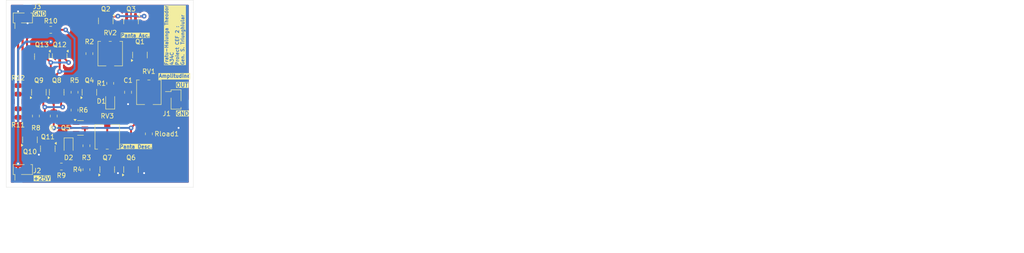
<source format=kicad_pcb>
(kicad_pcb (version 20240108) (generator "pcbnew") (generator_version "8.0")
  (layers (0 "F.Cu" signal) (31 "B.Cu" signal) (34 "B.Paste" user) (35 "F.Paste" user) (36 "B.SilkS" user "B.Silkscreen") (37 "F.SilkS" user "F.Silkscreen") (38 "B.Mask" user) (39 "F.Mask" user) (44 "Edge.Cuts" user))
  (net 0 "")
  (net 1 "Net-(Q1-B)")
  (net 2 "GND")
  (net 3 "Net-(D1-A)")
  (net 4 "Net-(D2-K)")
  (net 5 "+25V")
  (net 6 "Net-(J1-Pin_1)")
  (net 7 "Net-(Q1-E)")
  (net 8 "Net-(Q2-B)")
  (net 9 "Net-(Q4-C)")
  (net 10 "Net-(Q4-B)")
  (net 11 "Net-(Q5-C)")
  (net 12 "Net-(Q5-B)")
  (net 13 "Net-(Q6-B)")
  (net 14 "Net-(Q8-B)")
  (net 15 "Net-(Q12-C)")
  (net 16 "Net-(Q10-C)")
  (net 17 "Net-(Q12-B)")
  (net 18 "Net-(Q9-B)")
  (net 19 "Net-(Q10-B)")
  (net 20 "Net-(R1-Pad1)")
  (net 21 "Net-(R3-Pad2)")
  (net 22 "Net-(R10-Pad1)")
  (footprint "Package_TO_SOT_SMD:SOT-23" (layer "F.Cu") (at 79.28 94.68 90)
    (property "Reference" "Q4" (at 2.54 0 0) (layer "F.SilkS"))
    (property "Value" "BC846" (hide yes))
    (fp_line (start 0 -1.56) (end 0.65 -1.56) (stroke (width 0.12)) (layer "F.SilkS"))
    (fp_line (start 0 -1.56) (end -0.65 -1.56) (stroke (width 0.12)) (layer "F.SilkS"))
    (fp_line (start 0 1.56) (end 0.65 1.56) (stroke (width 0.12)) (layer "F.SilkS"))
    (fp_line (start 0 1.56) (end -0.65 1.56) (stroke (width 0.12)) (layer "F.SilkS"))
    (fp_poly (pts (xy -1.1625 -1.51) (xy -1.4025 -1.84) (xy -0.9225 -1.84) (xy -1.1625 -1.51)) (stroke (width 0.12)) (fill solid) (layer "F.SilkS"))
    (pad "1" smd roundrect (at -0.9375 -0.95 90) (size 1.475 0.6) (layers "F.Cu" "F.Paste" "F.Mask") (net 10 "Net-(Q4-B)"))
    (pad "2" smd roundrect (at -0.9375 0.95 90) (size 1.475 0.6) (layers "F.Cu" "F.Paste" "F.Mask") (net 3 "Net-(D1-A)"))
    (pad "3" smd roundrect (at 0.9375 0 90) (size 1.475 0.6) (layers "F.Cu" "F.Paste" "F.Mask") (net 9 "Net-(Q4-C)"))
  )
  (footprint "Connector_PinHeader_2.00mm:PinHeader_1x02_P2.00mm_Vertical_SMD_Pin1Left" (layer "F.Cu") (at 97.79 96.22)
    (property "Reference" "J1" (at -2 3.032 0) (layer "F.SilkS"))
    (property "Value" "OUT" (at 1.302 -3.064 0) (layer "F.SilkS" knockout) (effects (font (size 0.889 0.889) (thickness 0.1778) (bold yes))))
    (fp_line (start -1.06 -2.06) (end -1.06 -1.685) (stroke (width 0.12)) (layer "F.SilkS"))
    (fp_line (start -1.06 -2.06) (end 1.06 -2.06) (stroke (width 0.12)) (layer "F.SilkS"))
    (fp_line (start -1.06 -1.685) (end -2.29 -1.685) (stroke (width 0.12)) (layer "F.SilkS"))
    (fp_line (start -1.06 -0.315) (end -1.06 2.06) (stroke (width 0.12)) (layer "F.SilkS"))
    (fp_line (start -1.06 2.06) (end 1.06 2.06) (stroke (width 0.12)) (layer "F.SilkS"))
    (fp_line (start 1.06 -2.06) (end 1.06 0.315) (stroke (width 0.12)) (layer "F.SilkS"))
    (fp_line (start 1.06 1.685) (end 1.06 2.06) (stroke (width 0.12)) (layer "F.SilkS"))
    (pad "1" smd rect (at -1.175 -1) (size 2.35 0.85) (layers "F.Cu" "F.Paste" "F.Mask") (net 6 "Net-(J1-Pin_1)"))
    (pad "2" smd rect (at 1.175 1) (size 2.35 0.85) (layers "F.Cu" "F.Paste" "F.Mask") (net 2 "GND"))
  )
  (footprint "Package_TO_SOT_SMD:SOT-23" (layer "F.Cu") (at 88.17 111.19 90)
    (property "Reference" "Q6" (at 2.54 0 0) (layer "F.SilkS"))
    (property "Value" "BC846" (hide yes))
    (fp_line (start 0 -1.56) (end 0.65 -1.56) (stroke (width 0.12)) (layer "F.SilkS"))
    (fp_line (start 0 -1.56) (end -0.65 -1.56) (stroke (width 0.12)) (layer "F.SilkS"))
    (fp_line (start 0 1.56) (end 0.65 1.56) (stroke (width 0.12)) (layer "F.SilkS"))
    (fp_line (start 0 1.56) (end -0.65 1.56) (stroke (width 0.12)) (layer "F.SilkS"))
    (fp_poly (pts (xy -1.1625 -1.51) (xy -1.4025 -1.84) (xy -0.9225 -1.84) (xy -1.1625 -1.51)) (stroke (width 0.12)) (fill solid) (layer "F.SilkS"))
    (pad "1" smd roundrect (at -0.9375 -0.95 90) (size 1.475 0.6) (layers "F.Cu" "F.Paste" "F.Mask") (net 13 "Net-(Q6-B)"))
    (pad "2" smd roundrect (at -0.9375 0.95 90) (size 1.475 0.6) (layers "F.Cu" "F.Paste" "F.Mask") (net 2 "GND"))
    (pad "3" smd roundrect (at 0.9375 0 90) (size 1.475 0.6) (layers "F.Cu" "F.Paste" "F.Mask") (net 1 "Net-(Q1-B)"))
  )
  (footprint "Fiducial:Fiducial_1mm_Mask2mm" (layer "F.Cu") (at 93.25 80.075)
    (property "Reference" "FID2" (hide yes))
    (property "Value" "Fiducial" (hide yes))
    (pad "" smd circle (at 0 0) (size 1 1) (layers "F.Cu" "F.Mask") (clearance 0.5))
  )
  (footprint "Fiducial:Fiducial_1mm_Mask2mm" (layer "F.Cu") (at 78.01 80.075)
    (property "Reference" "FID1" (hide yes))
    (property "Value" "Fiducial" (hide yes))
    (pad "" smd circle (at 0 0) (size 1 1) (layers "F.Cu" "F.Mask") (clearance 0.5))
  )
  (footprint "Package_TO_SOT_SMD:SOT-23" (layer "F.Cu") (at 72.93 87.06 -90)
    (property "Reference" "Q12" (at -2.54 0 180) (layer "F.SilkS"))
    (property "Value" "BC856" (hide yes))
    (fp_line (start 0 1.56) (end -0.65 1.56) (stroke (width 0.12)) (layer "F.SilkS"))
    (fp_line (start 0 1.56) (end 0.65 1.56) (stroke (width 0.12)) (layer "F.SilkS"))
    (fp_line (start 0 -1.56) (end -0.65 -1.56) (stroke (width 0.12)) (layer "F.SilkS"))
    (fp_line (start 0 -1.56) (end 0.65 -1.56) (stroke (width 0.12)) (layer "F.SilkS"))
    (fp_poly (pts (xy -1.1625 -1.51) (xy -1.4025 -1.84) (xy -0.9225 -1.84) (xy -1.1625 -1.51)) (stroke (width 0.12)) (fill solid) (layer "F.SilkS"))
    (pad "1" smd roundrect (at -0.9375 -0.95 270) (size 1.475 0.6) (layers "F.Cu" "F.Paste" "F.Mask") (net 17 "Net-(Q12-B)"))
    (pad "2" smd roundrect (at -0.9375 0.95 270) (size 1.475 0.6) (layers "F.Cu" "F.Paste" "F.Mask") (net 5 "+25V"))
    (pad "3" smd roundrect (at 0.9375 0 270) (size 1.475 0.6) (layers "F.Cu" "F.Paste" "F.Mask") (net 15 "Net-(Q12-C)"))
  )
  (footprint "Package_TO_SOT_SMD:SOT-23" (layer "F.Cu") (at 70.39 106.745 -90)
    (property "Reference" "Q11" (at -2.54 0 180) (layer "F.SilkS"))
    (property "Value" "BC846" (hide yes))
    (fp_line (start 0 1.56) (end -0.65 1.56) (stroke (width 0.12)) (layer "F.SilkS"))
    (fp_line (start 0 1.56) (end 0.65 1.56) (stroke (width 0.12)) (layer "F.SilkS"))
    (fp_line (start 0 -1.56) (end -0.65 -1.56) (stroke (width 0.12)) (layer "F.SilkS"))
    (fp_line (start 0 -1.56) (end 0.65 -1.56) (stroke (width 0.12)) (layer "F.SilkS"))
    (fp_poly (pts (xy -1.1625 -1.51) (xy -1.4025 -1.84) (xy -0.9225 -1.84) (xy -1.1625 -1.51)) (stroke (width 0.12)) (fill solid) (layer "F.SilkS"))
    (pad "1" smd roundrect (at -0.9375 -0.95 270) (size 1.475 0.6) (layers "F.Cu" "F.Paste" "F.Mask") (net 19 "Net-(Q10-B)"))
    (pad "2" smd roundrect (at -0.9375 0.95 270) (size 1.475 0.6) (layers "F.Cu" "F.Paste" "F.Mask") (net 2 "GND"))
    (pad "3" smd roundrect (at 0.9375 0 270) (size 1.475 0.6) (layers "F.Cu" "F.Paste" "F.Mask") (net 19 "Net-(Q10-B)"))
  )
  (footprint "Resistor_SMD:R_0805_2012Metric" (layer "F.Cu") (at 78.645 111.19 90)
    (property "Reference" "R4" (at 0 -1.905 0) (layer "F.SilkS"))
    (property "Value" "220k" (hide yes))
    (fp_line (start -0.227064 -0.735) (end 0.227064 -0.735) (stroke (width 0.12)) (layer "F.SilkS"))
    (fp_line (start -0.227064 0.735) (end 0.227064 0.735) (stroke (width 0.12)) (layer "F.SilkS"))
    (pad "1" smd roundrect (at -0.9125 0 90) (size 1.025 1.4) (layers "F.Cu" "F.Paste" "F.Mask") (roundrect_rratio 0.243902) (net 13 "Net-(Q6-B)"))
    (pad "2" smd roundrect (at 0.9125 0 90) (size 1.025 1.4) (layers "F.Cu" "F.Paste" "F.Mask") (roundrect_rratio 0.243902) (net 21 "Net-(R3-Pad2)"))
  )
  (footprint "Resistor_SMD:R_0805_2012Metric" (layer "F.Cu") (at 73.2875 110.555)
    (property "Reference" "R9" (at 0 1.905 0) (layer "F.SilkS"))
    (property "Value" "4k7" (hide yes))
    (fp_line (start -0.227064 -0.735) (end 0.227064 -0.735) (stroke (width 0.12)) (layer "F.SilkS"))
    (fp_line (start -0.227064 0.735) (end 0.227064 0.735) (stroke (width 0.12)) (layer "F.SilkS"))
    (pad "1" smd roundrect (at -0.9125 0) (size 1.025 1.4) (layers "F.Cu" "F.Paste" "F.Mask") (roundrect_rratio 0.243902) (net 19 "Net-(Q10-B)"))
    (pad "2" smd roundrect (at 0.9125 0) (size 1.025 1.4) (layers "F.Cu" "F.Paste" "F.Mask") (roundrect_rratio 0.243902) (net 5 "+25V"))
  )
  (footprint "Package_TO_SOT_SMD:SOT-23" (layer "F.Cu") (at 82.775 79.44 -90)
    (property "Reference" "Q2" (at -2.54 0 180) (layer "F.SilkS"))
    (property "Value" "BC856" (hide yes))
    (fp_line (start 0 1.56) (end -0.65 1.56) (stroke (width 0.12)) (layer "F.SilkS"))
    (fp_line (start 0 1.56) (end 0.65 1.56) (stroke (width 0.12)) (layer "F.SilkS"))
    (fp_line (start 0 -1.56) (end -0.65 -1.56) (stroke (width 0.12)) (layer "F.SilkS"))
    (fp_line (start 0 -1.56) (end 0.65 -1.56) (stroke (width 0.12)) (layer "F.SilkS"))
    (fp_poly (pts (xy -1.1625 -1.51) (xy -1.4025 -1.84) (xy -0.9225 -1.84) (xy -1.1625 -1.51)) (stroke (width 0.12)) (fill solid) (layer "F.SilkS"))
    (pad "1" smd roundrect (at -0.9375 -0.95 270) (size 1.475 0.6) (layers "F.Cu" "F.Paste" "F.Mask") (net 8 "Net-(Q2-B)"))
    (pad "2" smd roundrect (at -0.9375 0.95 270) (size 1.475 0.6) (layers "F.Cu" "F.Paste" "F.Mask") (net 5 "+25V"))
    (pad "3" smd roundrect (at 0.9375 0 270) (size 1.475 0.6) (layers "F.Cu" "F.Paste" "F.Mask") (net 8 "Net-(Q2-B)"))
  )
  (footprint "Resistor_SMD:R_0805_2012Metric" (layer "F.Cu") (at 79.28 86.425 -90)
    (property "Reference" "R2" (at -2.54 0 180) (layer "F.SilkS"))
    (property "Value" "220k" (hide yes))
    (fp_line (start -0.227064 0.735) (end 0.227064 0.735) (stroke (width 0.12)) (layer "F.SilkS"))
    (fp_line (start -0.227064 -0.735) (end 0.227064 -0.735) (stroke (width 0.12)) (layer "F.SilkS"))
    (pad "1" smd roundrect (at -0.9125 0 270) (size 1.025 1.4) (layers "F.Cu" "F.Paste" "F.Mask") (roundrect_rratio 0.243902) (net 8 "Net-(Q2-B)"))
    (pad "2" smd roundrect (at 0.9125 0 270) (size 1.025 1.4) (layers "F.Cu" "F.Paste" "F.Mask") (roundrect_rratio 0.243902) (net 20 "Net-(R1-Pad1)"))
  )
  (footprint "Package_TO_SOT_SMD:SOT-23" (layer "F.Cu") (at 90.075 86.7275 90)
    (property "Reference" "Q1" (at 2.8425 0 0) (layer "F.SilkS"))
    (property "Value" "BC846" (hide yes))
    (fp_line (start 0 -1.56) (end 0.65 -1.56) (stroke (width 0.12)) (layer "F.SilkS"))
    (fp_line (start 0 -1.56) (end -0.65 -1.56) (stroke (width 0.12)) (layer "F.SilkS"))
    (fp_line (start 0 1.56) (end 0.65 1.56) (stroke (width 0.12)) (layer "F.SilkS"))
    (fp_line (start 0 1.56) (end -0.65 1.56) (stroke (width 0.12)) (layer "F.SilkS"))
    (fp_poly (pts (xy -1.1625 -1.51) (xy -1.4025 -1.84) (xy -0.9225 -1.84) (xy -1.1625 -1.51)) (stroke (width 0.12)) (fill solid) (layer "F.SilkS"))
    (pad "1" smd roundrect (at -0.9375 -0.95 90) (size 1.475 0.6) (layers "F.Cu" "F.Paste" "F.Mask") (net 1 "Net-(Q1-B)"))
    (pad "2" smd roundrect (at -0.9375 0.95 90) (size 1.475 0.6) (layers "F.Cu" "F.Paste" "F.Mask") (net 7 "Net-(Q1-E)"))
    (pad "3" smd roundrect (at 0.9375 0 90) (size 1.475 0.6) (layers "F.Cu" "F.Paste" "F.Mask") (net 5 "+25V"))
  )
  (footprint "Resistor_SMD:R_0805_2012Metric" (layer "F.Cu") (at 67.85 99.76 90)
    (property "Reference" "R8" (at -2.54 0 0) (layer "F.SilkS"))
    (property "Value" "220k" (hide yes))
    (fp_line (start -0.227064 -0.735) (end 0.227064 -0.735) (stroke (width 0.12)) (layer "F.SilkS"))
    (fp_line (start -0.227064 0.735) (end 0.227064 0.735) (stroke (width 0.12)) (layer "F.SilkS"))
    (pad "1" smd roundrect (at -0.9125 0 90) (size 1.025 1.4) (layers "F.Cu" "F.Paste" "F.Mask") (roundrect_rratio 0.243902) (net 22 "Net-(R10-Pad1)"))
    (pad "2" smd roundrect (at 0.9125 0 90) (size 1.025 1.4) (layers "F.Cu" "F.Paste" "F.Mask") (roundrect_rratio 0.243902) (net 18 "Net-(Q9-B)"))
  )
  (footprint "Resistor_SMD:R_0805_2012Metric" (layer "F.Cu") (at 71.025 81.345)
    (property "Reference" "R10" (at 0 -1.905 180) (layer "F.SilkS"))
    (property "Value" "1k" (hide yes))
    (fp_line (start -0.227064 -0.735) (end 0.227064 -0.735) (stroke (width 0.12)) (layer "F.SilkS"))
    (fp_line (start -0.227064 0.735) (end 0.227064 0.735) (stroke (width 0.12)) (layer "F.SilkS"))
    (pad "1" smd roundrect (at -0.9125 0) (size 1.025 1.4) (layers "F.Cu" "F.Paste" "F.Mask") (roundrect_rratio 0.243902) (net 22 "Net-(R10-Pad1)"))
    (pad "2" smd roundrect (at 0.9125 0) (size 1.025 1.4) (layers "F.Cu" "F.Paste" "F.Mask") (roundrect_rratio 0.243902) (net 15 "Net-(Q12-C)"))
  )
  (footprint "Package_TO_SOT_SMD:SOT-23" (layer "F.Cu") (at 66.58 104.84 90)
    (property "Reference" "Q10" (at -2.54 0 0) (layer "F.SilkS"))
    (property "Value" "BC846" (hide yes))
    (fp_line (start 0 -1.56) (end 0.65 -1.56) (stroke (width 0.12)) (layer "F.SilkS"))
    (fp_line (start 0 -1.56) (end -0.65 -1.56) (stroke (width 0.12)) (layer "F.SilkS"))
    (fp_line (start 0 1.56) (end 0.65 1.56) (stroke (width 0.12)) (layer "F.SilkS"))
    (fp_line (start 0 1.56) (end -0.65 1.56) (stroke (width 0.12)) (layer "F.SilkS"))
    (fp_poly (pts (xy -1.1625 -1.51) (xy -1.4025 -1.84) (xy -0.9225 -1.84) (xy -1.1625 -1.51)) (stroke (width 0.12)) (fill solid) (layer "F.SilkS"))
    (pad "1" smd roundrect (at -0.9375 -0.95 90) (size 1.475 0.6) (layers "F.Cu" "F.Paste" "F.Mask") (net 19 "Net-(Q10-B)"))
    (pad "2" smd roundrect (at -0.9375 0.95 90) (size 1.475 0.6) (layers "F.Cu" "F.Paste" "F.Mask") (net 2 "GND"))
    (pad "3" smd roundrect (at 0.9375 0 90) (size 1.475 0.6) (layers "F.Cu" "F.Paste" "F.Mask") (net 16 "Net-(Q10-C)"))
  )
  (footprint "Package_TO_SOT_SMD:SOT-23" (layer "F.Cu") (at 77.375 102.3)
    (property "Reference" "Q5" (at -3.175 0 0) (layer "F.SilkS"))
    (property "Value" "BC856" (hide yes))
    (fp_line (start 0 -1.56) (end -0.65 -1.56) (stroke (width 0.12)) (layer "F.SilkS"))
    (fp_line (start 0 -1.56) (end 0.65 -1.56) (stroke (width 0.12)) (layer "F.SilkS"))
    (fp_line (start 0 1.56) (end -0.65 1.56) (stroke (width 0.12)) (layer "F.SilkS"))
    (fp_line (start 0 1.56) (end 0.65 1.56) (stroke (width 0.12)) (layer "F.SilkS"))
    (fp_poly (pts (xy -1.1625 -1.51) (xy -1.4025 -1.84) (xy -0.9225 -1.84) (xy -1.1625 -1.51)) (stroke (width 0.12)) (fill solid) (layer "F.SilkS"))
    (pad "1" smd roundrect (at -0.9375 -0.95) (size 1.475 0.6) (layers "F.Cu" "F.Paste" "F.Mask") (net 12 "Net-(Q5-B)"))
    (pad "2" smd roundrect (at -0.9375 0.95) (size 1.475 0.6) (layers "F.Cu" "F.Paste" "F.Mask") (net 4 "Net-(D2-K)"))
    (pad "3" smd roundrect (at 0.9375 0) (size 1.475 0.6) (layers "F.Cu" "F.Paste" "F.Mask") (net 11 "Net-(Q5-C)"))
  )
  (footprint "Resistor_SMD:R_0805_2012Metric" (layer "F.Cu") (at 76.105 94.68 90)
    (property "Reference" "R5" (at 2.54 0 0) (layer "F.SilkS"))
    (property "Value" "47k" (hide yes))
    (fp_line (start -0.227064 -0.735) (end 0.227064 -0.735) (stroke (width 0.12)) (layer "F.SilkS"))
    (fp_line (start -0.227064 0.735) (end 0.227064 0.735) (stroke (width 0.12)) (layer "F.SilkS"))
    (pad "1" smd roundrect (at -0.9125 0 90) (size 1.025 1.4) (layers "F.Cu" "F.Paste" "F.Mask") (roundrect_rratio 0.243902) (net 15 "Net-(Q12-C)"))
    (pad "2" smd roundrect (at 0.9125 0 90) (size 1.025 1.4) (layers "F.Cu" "F.Paste" "F.Mask") (roundrect_rratio 0.243902) (net 10 "Net-(Q4-B)"))
  )
  (footprint "Package_TO_SOT_SMD:SOT-23" (layer "F.Cu") (at 68.485 94.68 90)
    (property "Reference" "Q9" (at 2.54 0 0) (layer "F.SilkS"))
    (property "Value" "BC846" (hide yes))
    (fp_line (start 0 -1.56) (end 0.65 -1.56) (stroke (width 0.12)) (layer "F.SilkS"))
    (fp_line (start 0 -1.56) (end -0.65 -1.56) (stroke (width 0.12)) (layer "F.SilkS"))
    (fp_line (start 0 1.56) (end 0.65 1.56) (stroke (width 0.12)) (layer "F.SilkS"))
    (fp_line (start 0 1.56) (end -0.65 1.56) (stroke (width 0.12)) (layer "F.SilkS"))
    (fp_poly (pts (xy -1.1625 -1.51) (xy -1.4025 -1.84) (xy -0.9225 -1.84) (xy -1.1625 -1.51)) (stroke (width 0.12)) (fill solid) (layer "F.SilkS"))
    (pad "1" smd roundrect (at -0.9375 -0.95 90) (size 1.475 0.6) (layers "F.Cu" "F.Paste" "F.Mask") (net 18 "Net-(Q9-B)"))
    (pad "2" smd roundrect (at -0.9375 0.95 90) (size 1.475 0.6) (layers "F.Cu" "F.Paste" "F.Mask") (net 16 "Net-(Q10-C)"))
    (pad "3" smd roundrect (at 0.9375 0 90) (size 1.475 0.6) (layers "F.Cu" "F.Paste" "F.Mask") (net 17 "Net-(Q12-B)"))
  )
  (footprint "Package_TO_SOT_SMD:SOT-23" (layer "F.Cu") (at 88.17 79.44 -90)
    (property "Reference" "Q3" (at -2.54 0 180) (layer "F.SilkS"))
    (property "Value" "BC856" (hide yes))
    (fp_line (start 0 1.56) (end -0.65 1.56) (stroke (width 0.12)) (layer "F.SilkS"))
    (fp_line (start 0 1.56) (end 0.65 1.56) (stroke (width 0.12)) (layer "F.SilkS"))
    (fp_line (start 0 -1.56) (end -0.65 -1.56) (stroke (width 0.12)) (layer "F.SilkS"))
    (fp_line (start 0 -1.56) (end 0.65 -1.56) (stroke (width 0.12)) (layer "F.SilkS"))
    (fp_poly (pts (xy -1.1625 -1.51) (xy -1.4025 -1.84) (xy -0.9225 -1.84) (xy -1.1625 -1.51)) (stroke (width 0.12)) (fill solid) (layer "F.SilkS"))
    (pad "1" smd roundrect (at -0.9375 -0.95 270) (size 1.475 0.6) (layers "F.Cu" "F.Paste" "F.Mask") (net 8 "Net-(Q2-B)"))
    (pad "2" smd roundrect (at -0.9375 0.95 270) (size 1.475 0.6) (layers "F.Cu" "F.Paste" "F.Mask") (net 5 "+25V"))
    (pad "3" smd roundrect (at 0.9375 0 270) (size 1.475 0.6) (layers "F.Cu" "F.Paste" "F.Mask") (net 1 "Net-(Q1-B)"))
  )
  (footprint "Resistor_SMD:R_0805_2012Metric" (layer "F.Cu") (at 64.04 99.125 -90)
    (property "Reference" "R11" (at 2.54 0 180) (layer "F.SilkS"))
    (property "Value" "47k" (hide yes))
    (fp_line (start -0.227064 0.735) (end 0.227064 0.735) (stroke (width 0.12)) (layer "F.SilkS"))
    (fp_line (start -0.227064 -0.735) (end 0.227064 -0.735) (stroke (width 0.12)) (layer "F.SilkS"))
    (pad "1" smd roundrect (at -0.9125 0 270) (size 1.025 1.4) (layers "F.Cu" "F.Paste" "F.Mask") (roundrect_rratio 0.243902) (net 22 "Net-(R10-Pad1)"))
    (pad "2" smd roundrect (at 0.9125 0 270) (size 1.025 1.4) (layers "F.Cu" "F.Paste" "F.Mask") (roundrect_rratio 0.243902) (net 5 "+25V"))
  )
  (footprint "Resistor_SMD:R_0805_2012Metric" (layer "F.Cu") (at 83.725 92.775 -90)
    (property "Reference" "R1" (at 0 1.905 180) (layer "F.SilkS"))
    (property "Value" "2k" (hide yes))
    (fp_line (start -0.227064 0.735) (end 0.227064 0.735) (stroke (width 0.12)) (layer "F.SilkS"))
    (fp_line (start -0.227064 -0.735) (end 0.227064 -0.735) (stroke (width 0.12)) (layer "F.SilkS"))
    (pad "1" smd roundrect (at -0.9125 0 270) (size 1.025 1.4) (layers "F.Cu" "F.Paste" "F.Mask") (roundrect_rratio 0.243902) (net 20 "Net-(R1-Pad1)"))
    (pad "2" smd roundrect (at 0.9125 0 270) (size 1.025 1.4) (layers "F.Cu" "F.Paste" "F.Mask") (roundrect_rratio 0.243902) (net 9 "Net-(Q4-C)"))
  )
  (footprint "Fiducial:Fiducial_1mm_Mask2mm" (layer "F.Cu") (at 93.25 109.92)
    (property "Reference" "FID3" (hide yes))
    (property "Value" "Fiducial" (hide yes))
    (pad "" smd circle (at 0 0) (size 1 1) (layers "F.Cu" "F.Mask") (clearance 0.5))
  )
  (footprint "Package_TO_SOT_SMD:SOT-23" (layer "F.Cu") (at 69.12 87.06 -90)
    (property "Reference" "Q13" (at -2.54 0 180) (layer "F.SilkS"))
    (property "Value" "BC856" (hide yes))
    (fp_line (start 0 1.56) (end -0.65 1.56) (stroke (width 0.12)) (layer "F.SilkS"))
    (fp_line (start 0 1.56) (end 0.65 1.56) (stroke (width 0.12)) (layer "F.SilkS"))
    (fp_line (start 0 -1.56) (end -0.65 -1.56) (stroke (width 0.12)) (layer "F.SilkS"))
    (fp_line (start 0 -1.56) (end 0.65 -1.56) (stroke (width 0.12)) (layer "F.SilkS"))
    (fp_poly (pts (xy -1.1625 -1.51) (xy -1.4025 -1.84) (xy -0.9225 -1.84) (xy -1.1625 -1.51)) (stroke (width 0.12)) (fill solid) (layer "F.SilkS"))
    (pad "1" smd roundrect (at -0.9375 -0.95 270) (size 1.475 0.6) (layers "F.Cu" "F.Paste" "F.Mask") (net 17 "Net-(Q12-B)"))
    (pad "2" smd roundrect (at -0.9375 0.95 270) (size 1.475 0.6) (layers "F.Cu" "F.Paste" "F.Mask") (net 5 "+25V"))
    (pad "3" smd roundrect (at 0.9375 0 270) (size 1.475 0.6) (layers "F.Cu" "F.Paste" "F.Mask") (net 17 "Net-(Q12-B)"))
  )
  (footprint "Potentiometer_SMD:Potentiometer_Vishay_TS53YL_Vertical" (layer "F.Cu") (at 91.98 94.68 90)
    (property "Reference" "RV1" (at 4.445 0 0) (layer "F.SilkS"))
    (property "Value" "100k" (hide yes))
    (fp_line (start 2.62 -2.62) (end 2.62 -2.039) (stroke (width 0.12)) (layer "F.SilkS"))
    (fp_line (start -2.62 -2.62) (end 2.62 -2.62) (stroke (width 0.12)) (layer "F.SilkS"))
    (fp_line (start -2.62 -2.62) (end -2.62 -0.89) (stroke (width 0.12)) (layer "F.SilkS"))
    (fp_line (start 2.62 -0.26) (end 2.62 0.26) (stroke (width 0.12)) (layer "F.SilkS"))
    (fp_line (start -2.62 0.89) (end -2.62 2.62) (stroke (width 0.12)) (layer "F.SilkS"))
    (fp_line (start 2.62 2.04) (end 2.62 2.62) (stroke (width 0.12)) (layer "F.SilkS"))
    (fp_line (start -2.62 2.62) (end 2.62 2.62) (stroke (width 0.12)) (layer "F.SilkS"))
    (pad "1" smd rect (at 2.75 -1.15 90) (size 1.3 1.3) (layers "F.Cu" "F.Paste" "F.Mask") (net 7 "Net-(Q1-E)"))
    (pad "2" smd rect (at -2.75 0 90) (size 2 1.3) (layers "F.Cu" "F.Paste" "F.Mask") (net 6 "Net-(J1-Pin_1)"))
    (pad "3" smd rect (at 2.75 1.15 90) (size 1.3 1.3) (layers "F.Cu" "F.Paste" "F.Mask") (net 6 "Net-(J1-Pin_1)"))
  )
  (footprint "Resistor_SMD:R_0805_2012Metric" (layer "F.Cu") (at 91.98 103.57 -90)
    (property "Reference" "Rload1" (at 0 -3.81 180) (layer "F.SilkS"))
    (property "Value" "22k" (hide yes))
    (fp_line (start -0.227064 0.735) (end 0.227064 0.735) (stroke (width 0.12)) (layer "F.SilkS"))
    (fp_line (start -0.227064 -0.735) (end 0.227064 -0.735) (stroke (width 0.12)) (layer "F.SilkS"))
    (pad "1" smd roundrect (at -0.9125 0 270) (size 1.025 1.4) (layers "F.Cu" "F.Paste" "F.Mask") (roundrect_rratio 0.243902) (net 6 "Net-(J1-Pin_1)"))
    (pad "2" smd roundrect (at 0.9125 0 270) (size 1.025 1.4) (layers "F.Cu" "F.Paste" "F.Mask") (roundrect_rratio 0.243902) (net 2 "GND"))
  )
  (footprint "Connector_PinHeader_2.00mm:PinHeader_1x02_P2.00mm_Vertical_SMD_Pin1Left" (layer "F.Cu") (at 65.056 111.19 90)
    (property "Reference" "J2" (at -0.254 3.048 0) (layer "F.SilkS"))
    (property "Value" "+25V" (at -1.905 4.064 0) (layer "F.SilkS" knockout) (effects (font (size 0.889 0.889) (thickness 0.1778) (bold yes))))
    (fp_line (start 1.06 -2.06) (end 1.06 0.315) (stroke (width 0.12)) (layer "F.SilkS"))
    (fp_line (start -1.06 -2.06) (end 1.06 -2.06) (stroke (width 0.12)) (layer "F.SilkS"))
    (fp_line (start -1.06 -2.06) (end -1.06 -1.685) (stroke (width 0.12)) (layer "F.SilkS"))
    (fp_line (start -1.06 -1.685) (end -2.29 -1.685) (stroke (width 0.12)) (layer "F.SilkS"))
    (fp_line (start -1.06 -0.315) (end -1.06 2.06) (stroke (width 0.12)) (layer "F.SilkS"))
    (fp_line (start 1.06 1.685) (end 1.06 2.06) (stroke (width 0.12)) (layer "F.SilkS"))
    (fp_line (start -1.06 2.06) (end 1.06 2.06) (stroke (width 0.12)) (layer "F.SilkS"))
    (pad "1" smd rect (at -1.175 -1 90) (size 2.35 0.85) (layers "F.Cu" "F.Paste" "F.Mask") (net 5 "+25V"))
    (pad "2" smd rect (at 1.175 1 90) (size 2.35 0.85) (layers "F.Cu" "F.Paste" "F.Mask") (net 5 "+25V"))
  )
  (footprint "Potentiometer_SMD:Potentiometer_Vishay_TS53YL_Vertical" (layer "F.Cu") (at 83.725 86.425 90)
    (property "Reference" "RV2" (at 4.445 0 0) (layer "F.SilkS"))
    (property "Value" "100k" (hide yes))
    (fp_line (start 2.62 -2.62) (end 2.62 -2.039) (stroke (width 0.12)) (layer "F.SilkS"))
    (fp_line (start -2.62 -2.62) (end 2.62 -2.62) (stroke (width 0.12)) (layer "F.SilkS"))
    (fp_line (start -2.62 -2.62) (end -2.62 -0.89) (stroke (width 0.12)) (layer "F.SilkS"))
    (fp_line (start 2.62 -0.26) (end 2.62 0.26) (stroke (width 0.12)) (layer "F.SilkS"))
    (fp_line (start -2.62 0.89) (end -2.62 2.62) (stroke (width 0.12)) (layer "F.SilkS"))
    (fp_line (start 2.62 2.04) (end 2.62 2.62) (stroke (width 0.12)) (layer "F.SilkS"))
    (fp_line (start -2.62 2.62) (end 2.62 2.62) (stroke (width 0.12)) (layer "F.SilkS"))
    (pad "1" smd rect (at 2.75 -1.15 90) (size 1.3 1.3) (layers "F.Cu" "F.Paste" "F.Mask") (net 8 "Net-(Q2-B)"))
    (pad "2" smd rect (at -2.75 0 90) (size 2 1.3) (layers "F.Cu" "F.Paste" "F.Mask") (net 20 "Net-(R1-Pad1)"))
    (pad "3" smd rect (at 2.75 1.15 90) (size 1.3 1.3) (layers "F.Cu" "F.Paste" "F.Mask") (net 20 "Net-(R1-Pad1)"))
  )
  (footprint "Connector_PinHeader_2.00mm:PinHeader_1x02_P2.00mm_Vertical_SMD_Pin1Left" (layer "F.Cu") (at 65.056 78.805 90)
    (property "Reference" "J3" (at 2.413 3.048 0) (layer "F.SilkS"))
    (property "Value" "GND" (at 0.889 3.556 0) (layer "F.SilkS" knockout) (effects (font (size 0.889 0.889) (thickness 0.1778) (bold yes))))
    (fp_line (start 1.06 -2.06) (end 1.06 0.315) (stroke (width 0.12)) (layer "F.SilkS"))
    (fp_line (start -1.06 -2.06) (end 1.06 -2.06) (stroke (width 0.12)) (layer "F.SilkS"))
    (fp_line (start -1.06 -2.06) (end -1.06 -1.685) (stroke (width 0.12)) (layer "F.SilkS"))
    (fp_line (start -1.06 -1.685) (end -2.29 -1.685) (stroke (width 0.12)) (layer "F.SilkS"))
    (fp_line (start -1.06 -0.315) (end -1.06 2.06) (stroke (width 0.12)) (layer "F.SilkS"))
    (fp_line (start 1.06 1.685) (end 1.06 2.06) (stroke (width 0.12)) (layer "F.SilkS"))
    (fp_line (start -1.06 2.06) (end 1.06 2.06) (stroke (width 0.12)) (layer "F.SilkS"))
    (pad "1" smd rect (at -1.175 -1 90) (size 2.35 0.85) (layers "F.Cu" "F.Paste" "F.Mask") (net 2 "GND"))
    (pad "2" smd rect (at 1.175 1 90) (size 2.35 0.85) (layers "F.Cu" "F.Paste" "F.Mask") (net 2 "GND"))
  )
  (footprint "Resistor_SMD:R_0805_2012Metric" (layer "F.Cu") (at 71.66 99.76 -90)
    (property "Reference" "R7" (at 2.54 0 180) (layer "F.SilkS"))
    (property "Value" "220k" (hide yes))
    (fp_line (start -0.227064 0.735) (end 0.227064 0.735) (stroke (width 0.12)) (layer "F.SilkS"))
    (fp_line (start -0.227064 -0.735) (end 0.227064 -0.735) (stroke (width 0.12)) (layer "F.SilkS"))
    (pad "1" smd roundrect (at -0.9125 0 270) (size 1.025 1.4) (layers "F.Cu" "F.Paste" "F.Mask") (roundrect_rratio 0.243902) (net 14 "Net-(Q8-B)"))
    (pad "2" smd roundrect (at 0.9125 0 270) (size 1.025 1.4) (layers "F.Cu" "F.Paste" "F.Mask") (roundrect_rratio 0.243902) (net 1 "Net-(Q1-B)"))
  )
  (footprint "Capacitor_SMD:C_0805_2012Metric" (layer "F.Cu") (at 87.535 94.68 -90)
    (property "Reference" "C1" (at -2.54 0 180) (layer "F.SilkS"))
    (property "Value" "4n7" (hide yes))
    (fp_line (start -0.261252 0.735) (end 0.261252 0.735) (stroke (width 0.12)) (layer "F.SilkS"))
    (fp_line (start -0.261252 -0.735) (end 0.261252 -0.735) (stroke (width 0.12)) (layer "F.SilkS"))
    (pad "1" smd roundrect (at -0.95 0 270) (size 1 1.45) (layers "F.Cu" "F.Paste" "F.Mask") (net 1 "Net-(Q1-B)"))
    (pad "2" smd roundrect (at 0.95 0 270) (size 1 1.45) (layers "F.Cu" "F.Paste" "F.Mask") (net 2 "GND"))
  )
  (footprint "Resistor_SMD:R_0805_2012Metric" (layer "F.Cu") (at 76.105 98.49 -90)
    (property "Reference" "R6" (at 0 -1.905 180) (layer "F.SilkS"))
    (property "Value" "47k" (hide yes))
    (fp_line (start -0.227064 0.735) (end 0.227064 0.735) (stroke (width 0.12)) (layer "F.SilkS"))
    (fp_line (start -0.227064 -0.735) (end 0.227064 -0.735) (stroke (width 0.12)) (layer "F.SilkS"))
    (pad "1" smd roundrect (at -0.9125 0 270) (size 1.025 1.4) (layers "F.Cu" "F.Paste" "F.Mask") (roundrect_rratio 0.243902) (net 15 "Net-(Q12-C)"))
    (pad "2" smd roundrect (at 0.9125 0 270) (size 1.025 1.4) (layers "F.Cu" "F.Paste" "F.Mask") (roundrect_rratio 0.243902) (net 12 "Net-(Q5-B)"))
  )
  (footprint "Package_TO_SOT_SMD:SOT-23" (layer "F.Cu") (at 83.09 111.19 90)
    (property "Reference" "Q7" (at 2.54 0 0) (layer "F.SilkS"))
    (property "Value" "BC846" (hide yes))
    (fp_line (start 0 -1.56) (end 0.65 -1.56) (stroke (width 0.12)) (layer "F.SilkS"))
    (fp_line (start 0 -1.56) (end -0.65 -1.56) (stroke (width 0.12)) (layer "F.SilkS"))
    (fp_line (start 0 1.56) (end 0.65 1.56) (stroke (width 0.12)) (layer "F.SilkS"))
    (fp_line (start 0 1.56) (end -0.65 1.56) (stroke (width 0.12)) (layer "F.SilkS"))
    (fp_poly (pts (xy -1.1625 -1.51) (xy -1.4025 -1.84) (xy -0.9225 -1.84) (xy -1.1625 -1.51)) (stroke (width 0.12)) (fill solid) (layer "F.SilkS"))
    (pad "1" smd roundrect (at -0.9375 -0.95 90) (size 1.475 0.6) (layers "F.Cu" "F.Paste" "F.Mask") (net 13 "Net-(Q6-B)"))
    (pad "2" smd roundrect (at -0.9375 0.95 90) (size 1.475 0.6) (layers "F.Cu" "F.Paste" "F.Mask") (net 2 "GND"))
    (pad "3" smd roundrect (at 0.9375 0 90) (size 1.475 0.6) (layers "F.Cu" "F.Paste" "F.Mask") (net 13 "Net-(Q6-B)"))
  )
  (footprint "Resistor_SMD:R_0805_2012Metric" (layer "F.Cu") (at 78.645 106.11 -90)
    (property "Reference" "R3" (at 2.54 0 0) (layer "F.SilkS"))
    (property "Value" "2k" (hide yes))
    (fp_line (start -0.227064 0.735) (end 0.227064 0.735) (stroke (width 0.12)) (layer "F.SilkS"))
    (fp_line (start -0.227064 -0.735) (end 0.227064 -0.735) (stroke (width 0.12)) (layer "F.SilkS"))
    (pad "1" smd roundrect (at -0.9125 0 270) (size 1.025 1.4) (layers "F.Cu" "F.Paste" "F.Mask") (roundrect_rratio 0.243902) (net 11 "Net-(Q5-C)"))
    (pad "2" smd roundrect (at 0.9125 0 270) (size 1.025 1.4) (layers "F.Cu" "F.Paste" "F.Mask") (roundrect_rratio 0.243902) (net 21 "Net-(R3-Pad2)"))
  )
  (footprint "Diode_SMD:D_0805_2012Metric" (layer "F.Cu") (at 83.725 96.585 90)
    (property "Reference" "D1" (at 0 -1.905 0) (layer "F.SilkS"))
    (property "Value" "1N4148W" (hide yes))
    (fp_line (start 1 -0.96) (end -1.685 -0.96) (stroke (width 0.12)) (layer "F.SilkS"))
    (fp_line (start -1.685 -0.96) (end -1.685 0.96) (stroke (width 0.12)) (layer "F.SilkS"))
    (fp_line (start -1.685 0.96) (end 1 0.96) (stroke (width 0.12)) (layer "F.SilkS"))
    (pad "1" smd roundrect (at -0.9375 0 90) (size 0.975 1.4) (layers "F.Cu" "F.Paste" "F.Mask") (net 2 "GND"))
    (pad "2" smd roundrect (at 0.9375 0 90) (size 0.975 1.4) (layers "F.Cu" "F.Paste" "F.Mask") (net 3 "Net-(D1-A)"))
  )
  (footprint "Package_TO_SOT_SMD:SOT-23" (layer "F.Cu") (at 72.295 94.68 90)
    (property "Reference" "Q8" (at 2.54 0 0) (layer "F.SilkS"))
    (property "Value" "BC846" (hide yes))
    (fp_line (start 0 -1.56) (end 0.65 -1.56) (stroke (width 0.12)) (layer "F.SilkS"))
    (fp_line (start 0 -1.56) (end -0.65 -1.56) (stroke (width 0.12)) (layer "F.SilkS"))
    (fp_line (start 0 1.56) (end 0.65 1.56) (stroke (width 0.12)) (layer "F.SilkS"))
    (fp_line (start 0 1.56) (end -0.65 1.56) (stroke (width 0.12)) (layer "F.SilkS"))
    (fp_poly (pts (xy -1.1625 -1.51) (xy -1.4025 -1.84) (xy -0.9225 -1.84) (xy -1.1625 -1.51)) (stroke (width 0.12)) (fill solid) (layer "F.SilkS"))
    (pad "1" smd roundrect (at -0.9375 -0.95 90) (size 1.475 0.6) (layers "F.Cu" "F.Paste" "F.Mask") (net 14 "Net-(Q8-B)"))
    (pad "2" smd roundrect (at -0.9375 0.95 90) (size 1.475 0.6) (layers "F.Cu" "F.Paste" "F.Mask") (net 16 "Net-(Q10-C)"))
    (pad "3" smd roundrect (at 0.9375 0 90) (size 1.475 0.6) (layers "F.Cu" "F.Paste" "F.Mask") (net 15 "Net-(Q12-C)"))
  )
  (footprint "Potentiometer_SMD:Potentiometer_Vishay_TS53YL_Vertical" (layer "F.Cu") (at 83.09 104.205 -90)
    (property "Reference" "RV3" (at -4.445 0 180) (layer "F.SilkS"))
    (property "Value" "100k" (hide yes))
    (fp_line (start -2.62 2.62) (end 2.62 2.62) (stroke (width 0.12)) (layer "F.SilkS"))
    (fp_line (start 2.62 2.04) (end 2.62 2.62) (stroke (width 0.12)) (layer "F.SilkS"))
    (fp_line (start -2.62 0.89) (end -2.62 2.62) (stroke (width 0.12)) (layer "F.SilkS"))
    (fp_line (start 2.62 -0.26) (end 2.62 0.26) (stroke (width 0.12)) (layer "F.SilkS"))
    (fp_line (start -2.62 -2.62) (end -2.62 -0.89) (stroke (width 0.12)) (layer "F.SilkS"))
    (fp_line (start -2.62 -2.62) (end 2.62 -2.62) (stroke (width 0.12)) (layer "F.SilkS"))
    (fp_line (start 2.62 -2.62) (end 2.62 -2.039) (stroke (width 0.12)) (layer "F.SilkS"))
    (pad "1" smd rect (at 2.75 -1.15 270) (size 1.3 1.3) (layers "F.Cu" "F.Paste" "F.Mask") (net 13 "Net-(Q6-B)"))
    (pad "2" smd rect (at -2.75 0 270) (size 2 1.3) (layers "F.Cu" "F.Paste" "F.Mask") (net 21 "Net-(R3-Pad2)"))
    (pad "3" smd rect (at 2.75 1.15 270) (size 1.3 1.3) (layers "F.Cu" "F.Paste" "F.Mask") (net 21 "Net-(R3-Pad2)"))
  )
  (footprint "Diode_SMD:D_0805_2012Metric" (layer "F.Cu") (at 74.835 106.11 -90)
    (property "Reference" "D2" (at 2.54 0 180) (layer "F.SilkS"))
    (property "Value" "1N4148W" (hide yes))
    (fp_line (start -1.685 0.96) (end 1 0.96) (stroke (width 0.12)) (layer "F.SilkS"))
    (fp_line (start -1.685 -0.96) (end -1.685 0.96) (stroke (width 0.12)) (layer "F.SilkS"))
    (fp_line (start 1 -0.96) (end -1.685 -0.96) (stroke (width 0.12)) (layer "F.SilkS"))
    (pad "1" smd roundrect (at -0.9375 0 270) (size 0.975 1.4) (layers "F.Cu" "F.Paste" "F.Mask") (net 4 "Net-(D2-K)"))
    (pad "2" smd roundrect (at 0.9375 0 270) (size 0.975 1.4) (layers "F.Cu" "F.Paste" "F.Mask") (net 5 "+25V"))
  )
  (footprint "Resistor_SMD:R_0805_2012Metric" (layer "F.Cu") (at 64.04 94.172 -90)
    (property "Reference" "R12" (at -2.54 0 180) (layer "F.SilkS"))
    (property "Value" "47k" (hide yes))
    (fp_line (start -0.227064 0.735) (end 0.227064 0.735) (stroke (width 0.12)) (layer "F.SilkS"))
    (fp_line (start -0.227064 -0.735) (end 0.227064 -0.735) (stroke (width 0.12)) (layer "F.SilkS"))
    (pad "1" smd roundrect (at -0.9125 0 270) (size 1.025 1.4) (layers "F.Cu" "F.Paste" "F.Mask") (roundrect_rratio 0.243902) (net 2 "GND"))
    (pad "2" smd roundrect (at 0.9125 0 270) (size 1.025 1.4) (layers "F.Cu" "F.Paste" "F.Mask") (roundrect_rratio 0.243902) (net 22 "Net-(R10-Pad1)"))
  )
  (gr_rect (start 61.5 75) (end 101.5 115) (stroke (width 0.05)) (fill none) (layer "Edge.Cuts"))
  (gr_text "Panta Desc." (at 85.63 106.745 0) (layer "F.SilkS" knockout) (effects (font (size 0.762 0.762) (thickness 0.1778) (bold yes)) (justify left bottom)))
  (gr_text "Panta Asc." (at 85.884 82.996 0) (layer "F.SilkS" knockout) (effects (font (size 0.762 0.762) (thickness 0.1778) (bold yes)) (justify left bottom)))
  (gr_text "GND" (at 97.695 99.76 0) (layer "F.SilkS" knockout) (effects (font (size 0.889 0.889) (thickness 0.1778) (bold yes)) (justify left bottom)))
  (gr_text "Amplitudine" (at 94.012 91.632 0) (layer "F.SilkS" knockout) (effects (font (size 0.762 0.762) (thickness 0.1778) (bold yes)) (justify left bottom)))
  (gr_text "Fratu-Halunga Theodor\n434C\nProiect CEF 2 : \nGen. S. Triunghiular" (at 99.6 88.965 90) (layer "F.SilkS" knockout) (effects (font (size 0.7112 0.7112) (thickness 0.1524) (bold yes)) (justify left bottom)))
  (segment (start 88.17 102.3) (end 88.17 110.2525) (width 0.4064) (layer "F.Cu") (net 1))
  (segment (start 87.535 90.87) (end 87.535 93.73) (width 0.4064) (layer "F.Cu") (net 1))
  (segment (start 71.66 102.3) (end 71.66 100.6725) (width 0.4064) (layer "F.Cu") (net 1))
  (segment (start 89.125 87.665) (end 89.125 86.745) (width 0.4064) (layer "F.Cu") (net 1))
  (segment (start 87.535 93.73) (end 89.125 93.73) (width 0.4064) (layer "F.Cu") (net 1))
  (segment (start 89.125 86.745) (end 88.17 85.79) (width 0.4064) (layer "F.Cu") (net 1))
  (segment (start 89.125 89.28) (end 87.535 90.87) (width 0.4064) (layer "F.Cu") (net 1))
  (segment (start 88.17 85.79) (end 88.17 80.3775) (width 0.4064) (layer "F.Cu") (net 1))
  (segment (start 89.44 94.045) (end 89.44 101.03) (width 0.4064) (layer "F.Cu") (net 1))
  (segment (start 89.44 101.03) (end 88.17 102.3) (width 0.4064) (layer "F.Cu") (net 1))
  (segment (start 89.125 93.73) (end 89.44 94.045) (width 0.4064) (layer "F.Cu") (net 1))
  (segment (start 89.125 87.665) (end 89.125 89.28) (width 0.4064) (layer "F.Cu") (net 1))
  (via (at 71.66 102.3) (size 1) (drill 0.4) (layers "F.Cu" "B.Cu") (net 1))
  (via (at 88.17 102.3) (size 1) (drill 0.4) (layers "F.Cu" "B.Cu") (net 1))
  (segment (start 88.17 102.3) (end 71.66 102.3) (width 0.4064) (layer "B.Cu") (net 1))
  (segment (start 85.2005 112.1275) (end 85.376 111.952) (width 0.4064) (layer "F.Cu") (net 2))
  (segment (start 98.33 102.3) (end 98.965 101.665) (width 0.4064) (layer "F.Cu") (net 2))
  (segment (start 87.2325 97.5225) (end 87.535 97.22) (width 0.4064) (layer "F.Cu") (net 2))
  (segment (start 66.04 79.98) (end 66.072 79.948) (width 0.4064) (layer "F.Cu") (net 2))
  (segment (start 66.072 79.948) (end 66.072 77.646) (width 0.4572) (layer "F.Cu") (net 2))
  (segment (start 67.53 107.06) (end 68.485 108.015) (width 0.4064) (layer "F.Cu") (net 2))
  (segment (start 64.04 80.964) (end 64.04 93.2595) (width 0.4572) (layer "F.Cu") (net 2))
  (segment (start 84.04 112.1275) (end 85.2005 112.1275) (width 0.4064) (layer "F.Cu") (net 2))
  (segment (start 66.072 77.646) (end 66.056 77.63) (width 0.4064) (layer "F.Cu") (net 2))
  (segment (start 96.1475 104.4825) (end 98.33 102.3) (width 0.4064) (layer "F.Cu") (net 2))
  (segment (start 64.056 77.424) (end 64.04 77.408) (width 0.4064) (layer "F.Cu") (net 2))
  (segment (start 69.44 107.06) (end 68.485 108.015) (width 0.4064) (layer "F.Cu") (net 2))
  (segment (start 87.535 95.63) (end 87.535 97.22) (width 0.4064) (layer "F.Cu") (net 2))
  (segment (start 64.056 80.948) (end 64.04 80.964) (width 0.4064) (layer "F.Cu") (net 2))
  (segment (start 67.53 105.7775) (end 67.53 107.06) (width 0.4064) (layer "F.Cu") (net 2))
  (segment (start 69.44 105.8075) (end 69.44 107.06) (width 0.4064) (layer "F.Cu") (net 2))
  (segment (start 64.04 77.408) (end 65.834 77.408) (width 0.4572) (layer "F.Cu") (net 2))
  (segment (start 90.7885 112.1275) (end 90.964 111.952) (width 0.4064) (layer "F.Cu") (net 2))
  (segment (start 65.834 77.408) (end 66.056 77.63) (width 0.4572) (layer "F.Cu") (net 2))
  (segment (start 64.056 79.98) (end 64.056 77.424) (width 0.4572) (layer "F.Cu") (net 2))
  (segment (start 64.056 79.98) (end 66.04 79.98) (width 0.4572) (layer "F.Cu") (net 2))
  (segment (start 83.725 97.5225) (end 87.2325 97.5225) (width 0.4064) (layer "F.Cu") (net 2))
  (segment (start 91.98 104.4825) (end 96.1475 104.4825) (width 0.4064) (layer "F.Cu") (net 2))
  (segment (start 89.12 112.1275) (end 90.7885 112.1275) (width 0.4064) (layer "F.Cu") (net 2))
  (segment (start 98.965 101.665) (end 98.965 97.22) (width 0.4064) (layer "F.Cu") (net 2))
  (segment (start 64.056 79.98) (end 64.056 80.948) (width 0.4064) (layer "F.Cu") (net 2))
  (via (at 64.04 77.408) (size 1) (drill 0.4) (layers "F.Cu" "B.Cu") (net 2))
  (via (at 87.535 97.22) (size 1) (drill 0.4) (layers "F.Cu" "B.Cu") (net 2))
  (via (at 90.964 111.952) (size 1) (drill 0.4) (layers "F.Cu" "B.Cu") (net 2))
  (via (at 66.072 79.948) (size 1) (drill 0.4) (layers "F.Cu" "B.Cu") (net 2))
  (via (at 98.33 102.3) (size 1) (drill 0.4) (layers "F.Cu" "B.Cu") (net 2))
  (via (at 85.376 111.952) (size 1) (drill 0.4) (layers "F.Cu" "B.Cu") (net 2))
  (via (at 68.485 108.015) (size 1) (drill 0.4) (layers "F.Cu" "B.Cu") (net 2))
  (segment (start 80.23 95.6175) (end 83.695 95.6175) (width 0.4064) (layer "F.Cu") (net 3))
  (segment (start 83.695 95.6175) (end 83.725 95.6475) (width 0.4064) (layer "F.Cu") (net 3))
  (segment (start 76.4375 103.25) (end 75.282 103.25) (width 0.4064) (layer "F.Cu") (net 4))
  (segment (start 75.282 103.25) (end 74.835 103.697) (width 0.4064) (layer "F.Cu") (net 4))
  (segment (start 74.835 103.697) (end 74.835 105.1725) (width 0.4064) (layer "F.Cu") (net 4))
  (via (at 71.025 83.885) (size 1) (drill 0.4) (layers "F.Cu" "B.Cu") (net 5))
  (via (at 64.04 109.92) (size 1) (drill 0.4) (layers "F.Cu" "B.Cu") (net 5))
  (segment (start 64.04 102.935) (end 64.04 85.536) (width 0.4572) (layer "B.Cu") (net 5))
  (segment (start 65.564 84.012) (end 65.691 83.885) (width 0.4572) (layer "B.Cu") (net 5))
  (segment (start 64.04 85.536) (end 65.564 84.012) (width 0.4572) (layer "B.Cu") (net 5))
  (segment (start 64.04 102.935) (end 64.04 109.92) (width 0.4572) (layer "B.Cu") (net 5))
  (segment (start 65.691 83.885) (end 71.025 83.885) (width 0.4572) (layer "B.Cu") (net 5))
  (segment (start 96.615 95.22) (end 94.044 95.22) (width 0.4064) (layer "F.Cu") (net 6))
  (segment (start 96.615 96.649) (end 96.615 95.22) (width 0.4064) (layer "F.Cu") (net 6))
  (segment (start 91.98 97.43) (end 95.834 97.43) (width 0.4064) (layer "F.Cu") (net 6))
  (segment (start 95.834 97.43) (end 96.615 96.649) (width 0.4064) (layer "F.Cu") (net 6))
  (segment (start 93.13 94.306) (end 93.13 91.93) (width 0.4064) (layer "F.Cu") (net 6))
  (segment (start 94.044 95.22) (end 93.13 94.306) (width 0.4064) (layer "F.Cu") (net 6))
  (segment (start 91.98 102.6575) (end 91.98 97.43) (width 0.4064) (layer "F.Cu") (net 6))
  (segment (start 91.025 90.047) (end 91.025 87.665) (width 0.4064) (layer "F.Cu") (net 7))
  (segment (start 90.83 91.93) (end 90.83 90.242) (width 0.4064) (layer "F.Cu") (net 7))
  (segment (start 90.83 90.242) (end 91.025 90.047) (width 0.4064) (layer "F.Cu") (net 7))
  (segment (start 80.125 83.675) (end 82.575 83.675) (width 0.4064) (layer "F.Cu") (net 8))
  (segment (start 89.12 78.5025) (end 90.8855 78.5025) (width 0.4064) (layer "F.Cu") (net 8))
  (segment (start 83.4225 80.3775) (end 83.725 80.075) (width 0.4064) (layer "F.Cu") (net 8))
  (segment (start 90.8855 78.5025) (end 90.964 78.424) (width 0.4064) (layer "F.Cu") (net 8))
  (segment (start 83.725 80.075) (end 83.725 78.5025) (width 0.4064) (layer "F.Cu") (net 8))
  (segment (start 85.2975 78.5025) (end 85.376 78.424) (width 0.4064) (layer "F.Cu") (net 8))
  (segment (start 82.775 80.3775) (end 83.4225 80.3775) (width 0.4064) (layer "F.Cu") (net 8))
  (segment (start 82.775 82.041) (end 82.775 80.3775) (width 0.4064) (layer "F.Cu") (net 8))
  (segment (start 83.725 78.5025) (end 85.2975 78.5025) (width 0.4064) (layer "F.Cu") (net 8))
  (segment (start 79.28 85.5125) (end 79.28 84.52) (width 0.4064) (layer "F.Cu") (net 8))
  (segment (start 79.28 84.52) (end 80.125 83.675) (width 0.4064) (layer "F.Cu") (net 8))
  (segment (start 82.575 82.241) (end 82.775 82.041) (width 0.4064) (layer "F.Cu") (net 8))
  (segment (start 82.575 83.675) (end 82.575 82.241) (width 0.4064) (layer "F.Cu") (net 8))
  (via (at 90.964 78.424) (size 1) (drill 0.4) (layers "F.Cu" "B.Cu") (net 8))
  (via (at 85.376 78.424) (size 1) (drill 0.4) (layers "F.Cu" "B.Cu") (net 8))
  (segment (start 90.964 78.424) (end 85.376 78.424) (width 0.4064) (layer "B.Cu") (net 8))
  (segment (start 83.725 93.6875) (end 79.335 93.6875) (width 0.4064) (layer "F.Cu") (net 9))
  (segment (start 79.335 93.6875) (end 79.28 93.7425) (width 0.4064) (layer "F.Cu") (net 9))
  (segment (start 78.33 94.238) (end 78.33 95.6175) (width 0.4064) (layer "F.Cu") (net 10))
  (segment (start 77.8595 93.7675) (end 78.33 94.238) (width 0.4064) (layer "F.Cu") (net 10))
  (segment (start 76.105 93.7675) (end 77.8595 93.7675) (width 0.4064) (layer "F.Cu") (net 10))
  (segment (start 78.645 103.6485) (end 78.3125 103.316) (width 0.4064) (layer "F.Cu") (net 11))
  (segment (start 78.645 105.1975) (end 78.645 103.6485) (width 0.4064) (layer "F.Cu") (net 11))
  (segment (start 78.3125 103.316) (end 78.3125 102.3) (width 0.4064) (layer "F.Cu") (net 11))
  (segment (start 76.4375 100.679) (end 76.4375 101.35) (width 0.4064) (layer "F.Cu") (net 12))
  (segment (start 76.105 99.4025) (end 76.105 100.3465) (width 0.4064) (layer "F.Cu") (net 12))
  (segment (start 76.105 100.3465) (end 76.4375 100.679) (width 0.4064) (layer "F.Cu") (net 12))
  (segment (start 82.5035 110.2525) (end 82.14 110.616) (width 0.4064) (layer "F.Cu") (net 13))
  (segment (start 83.09 110.2525) (end 83.09 109.158) (width 0.4064) (layer "F.Cu") (net 13))
  (segment (start 83.09 109.158) (end 84.24 108.008) (width 0.4064) (layer "F.Cu") (net 13))
  (segment (start 83.09 110.2525) (end 82.5035 110.2525) (width 0.4064) (layer "F.Cu") (net 13))
  (segment (start 84.24 108.008) (end 84.24 106.955) (width 0.4064) (layer "F.Cu") (net 13))
  (segment (start 82.115 112.1025) (end 82.14 112.1275) (width 0.4064) (layer "F.Cu") (net 13))
  (segment (start 87.22 112.1275) (end 87.22 111.256) (width 0.4064) (layer "F.Cu") (net 13))
  (segment (start 78.645 112.1025) (end 82.115 112.1025) (width 0.4064) (layer "F.Cu") (net 13))
  (segment (start 86.2165 110.2525) (end 83.09 110.2525) (width 0.4064) (layer "F.Cu") (net 13))
  (segment (start 87.22 111.256) (end 86.2165 110.2525) (width 0.4064) (layer "F.Cu") (net 13))
  (segment (start 82.14 110.616) (end 82.14 112.1275) (width 0.4064) (layer "F.Cu") (net 13))
  (segment (start 71.66 97.22) (end 71.66 98.8475) (width 0.4064) (layer "F.Cu") (net 14))
  (segment (start 71.345 95.6175) (end 71.345 96.905) (width 0.4064) (layer "F.Cu") (net 14))
  (segment (start 71.345 96.905) (end 71.66 97.22) (width 0.4064) (layer "F.Cu") (net 14))
  (segment (start 72.295 90.87) (end 72.93 90.235) (width 0.4064) (layer "F.Cu") (net 15))
  (segment (start 74.2 94.68) (end 75.1125 95.5925) (width 0.4064) (layer "F.Cu") (net 15))
  (segment (start 74.2 81.345) (end 71.9375 81.345) (width 0.4064) (layer "F.Cu") (net 15))
  (segment (start 76.105 97.5775) (end 76.105 95.5925) (width 0.4064) (layer "F.Cu") (net 15))
  (segment (start 72.295 93.7425) (end 73.8975 93.7425) (width 0.4064) (layer "F.Cu") (net 15))
  (segment (start 72.93 90.235) (end 72.93 87.9975) (width 0.4064) (layer "F.Cu") (net 15))
  (segment (start 73.8975 93.7425) (end 74.2 94.045) (width 0.4064) (layer "F.Cu") (net 15))
  (segment (start 75.1125 95.5925) (end 76.105 95.5925) (width 0.4064) (layer "F.Cu") (net 15))
  (segment (start 72.295 93.7425) (end 72.295 90.87) (width 0.4064) (layer "F.Cu") (net 15))
  (segment (start 74.2 94.045) (end 74.2 94.68) (width 0.4064) (layer "F.Cu") (net 15))
  (via (at 74.2 81.345) (size 1) (drill 0.4) (layers "F.Cu" "B.Cu") (net 15))
  (via (at 72.93 90.235) (size 1) (drill 0.4) (layers "F.Cu" "B.Cu") (net 15))
  (segment (start 76.105 83.25) (end 74.2 81.345) (width 0.4064) (layer "B.Cu") (net 15))
  (segment (start 72.93 90.235) (end 75.47 90.235) (width 0.4064) (layer "B.Cu") (net 15))
  (segment (start 76.105 89.6) (end 76.105 83.25) (width 0.4064) (layer "B.Cu") (net 15))
  (segment (start 75.47 90.235) (end 76.105 89.6) (width 0.4064) (layer "B.Cu") (net 15))
  (segment (start 66.58 103.9025) (end 68.1525 103.9025) (width 0.4064) (layer "F.Cu") (net 16))
  (segment (start 73.245 97.535) (end 73.565 97.855) (width 0.4064) (layer "F.Cu") (net 16))
  (segment (start 69.755 102.3) (end 69.755 97.855) (width 0.4064) (layer "F.Cu") (net 16))
  (segment (start 73.245 95.6175) (end 73.245 97.535) (width 0.4064) (layer "F.Cu") (net 16))
  (segment (start 69.435 97.535) (end 69.755 97.855) (width 0.4064) (layer "F.Cu") (net 16))
  (segment (start 69.435 95.6175) (end 69.435 97.535) (width 0.4064) (layer "F.Cu") (net 16))
  (segment (start 68.1525 103.9025) (end 69.755 102.3) (width 0.4064) (layer "F.Cu") (net 16))
  (via (at 69.755 97.855) (size 1) (drill 0.4) (layers "F.Cu" "B.Cu") (net 16))
  (via (at 73.565 97.855) (size 1) (drill 0.4) (layers "F.Cu" "B.Cu") (net 16))
  (segment (start 73.565 97.855) (end 69.755 97.855) (width 0.4064) (layer "B.Cu") (net 16))
  (segment (start 68.485 90.87) (end 68.485 93.7425) (width 0.4064) (layer "F.Cu") (net 17))
  (segment (start 70.07 86.1225) (end 70.07 87.375) (width 0.4064) (layer "F.Cu") (net 17))
  (segment (start 70.0575 93.7425) (end 71.025 92.775) (width 0.4064) (layer "F.Cu") (net 17))
  (segment (start 70.07 87.375) (end 71.025 88.33) (width 0.4064) (layer "F.Cu") (net 17))
  (segment (start 69.12 87.9975) (end 69.12 90.235) (width 0.4064) (layer "F.Cu") (net 17))
  (segment (start 73.88 87.375) (end 74.835 88.33) (width 0.4064) (layer "F.Cu") (net 17))
  (segment (start 68.485 93.7425) (end 70.0575 93.7425) (width 0.4064) (layer "F.Cu") (net 17))
  (segment (start 71.025 92.775) (end 71.025 88.33) (width 0.4064) (layer "F.Cu") (net 17))
  (segment (start 73.88 86.1225) (end 73.88 87.375) (width 0.4064) (layer "F.Cu") (net 17))
  (segment (start 69.12 90.235) (end 68.485 90.87) (width 0.4064) (layer "F.Cu") (net 17))
  (via (at 71.025 88.33) (size 1) (drill 0.4) (layers "F.Cu" "B.Cu") (net 17))
  (via (at 74.835 88.33) (size 1) (drill 0.4) (layers "F.Cu" "B.Cu") (net 17))
  (segment (start 71.025 88.33) (end 74.835 88.33) (width 0.4064) (layer "B.Cu") (net 17))
  (segment (start 67.535 95.6175) (end 67.535 96.905) (width 0.4064) (layer "F.Cu") (net 18))
  (segment (start 67.535 96.905) (end 67.85 97.22) (width 0.4064) (layer "F.Cu") (net 18))
  (segment (start 67.85 97.22) (end 67.85 98.8475) (width 0.4064) (layer "F.Cu") (net 18))
  (segment (start 70.39 108.65) (end 70.39 107.6825) (width 0.4064) (layer "F.Cu") (net 19))
  (segment (start 65.63 105.7775) (end 65.63 107.065) (width 0.4064) (layer "F.Cu") (net 19))
  (segment (start 69.755 109.285) (end 70.39 108.65) (width 0.4064) (layer "F.Cu") (net 19))
  (segment (start 71.34 105.8075) (end 71.34 107.192) (width 0.4064) (layer "F.Cu") (net 19))
  (segment (start 71.34 107.192) (end 70.8495 107.6825) (width 0.4064) (layer "F.Cu") (net 19))
  (segment (start 72.375 106.317) (end 71.8655 105.8075) (width 0.4064) (layer "F.Cu") (net 19))
  (segment (start 72.375 110.555) (end 72.375 106.317) (width 0.4064) (layer "F.Cu") (net 19))
  (segment (start 65.63 107.065) (end 67.85 109.285) (width 0.4064) (layer "F.Cu") (net 19))
  (segment (start 70.8495 107.6825) (end 70.39 107.6825) (width 0.4064) (layer "F.Cu") (net 19))
  (segment (start 67.85 109.285) (end 69.755 109.285) (width 0.4064) (layer "F.Cu") (net 19))
  (segment (start 71.8655 105.8075) (end 71.34 105.8075) (width 0.4064) (layer "F.Cu") (net 19))
  (segment (start 83.725 89.175) (end 79.871 89.175) (width 0.4064) (layer "F.Cu") (net 20))
  (segment (start 84.875 85.529) (end 83.725 86.679) (width 0.4064) (layer "F.Cu") (net 20))
  (segment (start 84.875 83.675) (end 84.875 85.529) (width 0.4064) (layer "F.Cu") (net 20))
  (segment (start 79.871 89.175) (end 79.28 88.584) (width 0.4064) (layer "F.Cu") (net 20))
  (segment (start 79.28 88.584) (end 79.28 87.3375) (width 0.4064) (layer "F.Cu") (net 20))
  (segment (start 83.725 91.8625) (end 83.725 89.175) (width 0.4064) (layer "F.Cu") (net 20))
  (segment (start 83.725 86.679) (end 83.725 89.175) (width 0.4064) (layer "F.Cu") (net 20))
  (segment (start 78.645 107.0225) (end 81.8725 107.0225) (width 0.4064) (layer "F.Cu") (net 21))
  (segment (start 81.94 104.72) (end 81.94 106.955) (width 0.4064) (layer "F.Cu") (net 21))
  (segment (start 83.09 103.57) (end 81.94 104.72) (width 0.4064) (layer "F.Cu") (net 21))
  (segment (start 78.645 110.2775) (end 78.645 107.0225) (width 0.4064) (layer "F.Cu") (net 21))
  (segment (start 81.8725 107.0225) (end 81.94 106.955) (width 0.4064) (layer "F.Cu") (net 21))
  (segment (start 83.09 101.455) (end 83.09 103.57) (width 0.4064) (layer "F.Cu") (net 21))
  (segment (start 64.04 95.0845) (end 64.9055 95.0845) (width 0.4064) (layer "F.Cu") (net 22))
  (segment (start 67.85 100.6725) (end 66.8575 100.6725) (width 0.4064) (layer "F.Cu") (net 22))
  (segment (start 65.945 99.76) (end 65.945 99.125) (width 0.4064) (layer "F.Cu") (net 22))
  (segment (start 65.0325 98.2125) (end 64.04 98.2125) (width 0.4064) (layer "F.Cu") (net 22))
  (segment (start 67.85 81.345) (end 70.1125 81.345) (width 0.4064) (layer "F.Cu") (net 22))
  (segment (start 65.945 99.125) (end 65.0325 98.2125) (width 0.4064) (layer "F.Cu") (net 22))
  (segment (start 64.9055 95.0845) (end 65.945 94.045) (width 0.4064) (layer "F.Cu") (net 22))
  (segment (start 66.8575 100.6725) (end 65.945 99.76) (width 0.4064) (layer "F.Cu") (net 22))
  (segment (start 65.945 83.25) (end 67.85 81.345) (width 0.4064) (layer "F.Cu") (net 22))
  (segment (start 64.04 98.2125) (end 64.04 95.0845) (width 0.4064) (layer "F.Cu") (net 22))
  (segment (start 65.945 94.045) (end 65.945 83.25) (width 0.4064) (layer "F.Cu") (net 22))
  (zone (net 5) (net_name "+25V") (layer "F.Cu") (connect_pads (clearance 0.5)) (min_thickness 0.25) (fill yes (thermal_gap 0.5) (thermal_bridge_width 0.5))
    (polygon (pts (xy 61.5 115) (xy 101.5 115) (xy 101.5 75) (xy 61.5 75)))
  )
  (zone (net 2) (net_name "GND") (layer "B.Cu") (priority 1) (connect_pads (clearance 0.5)) (min_thickness 0.25) (fill yes (thermal_gap 0.5) (thermal_bridge_width 0.5))
    (polygon (pts (xy 61.5 115) (xy 101.5 115) (xy 101.5 75) (xy 61.5 75)))
  )
)
</source>
